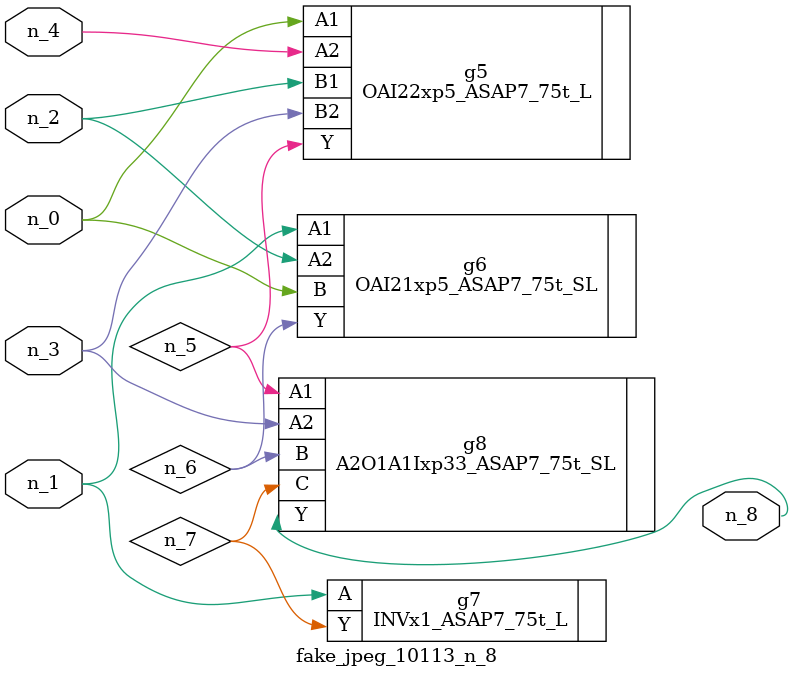
<source format=v>
module fake_jpeg_10113_n_8 (n_3, n_2, n_1, n_0, n_4, n_8);

input n_3;
input n_2;
input n_1;
input n_0;
input n_4;

output n_8;

wire n_6;
wire n_5;
wire n_7;

OAI22xp5_ASAP7_75t_L g5 ( 
.A1(n_0),
.A2(n_4),
.B1(n_2),
.B2(n_3),
.Y(n_5)
);

OAI21xp5_ASAP7_75t_SL g6 ( 
.A1(n_1),
.A2(n_2),
.B(n_0),
.Y(n_6)
);

INVx1_ASAP7_75t_L g7 ( 
.A(n_1),
.Y(n_7)
);

A2O1A1Ixp33_ASAP7_75t_SL g8 ( 
.A1(n_5),
.A2(n_3),
.B(n_6),
.C(n_7),
.Y(n_8)
);


endmodule
</source>
